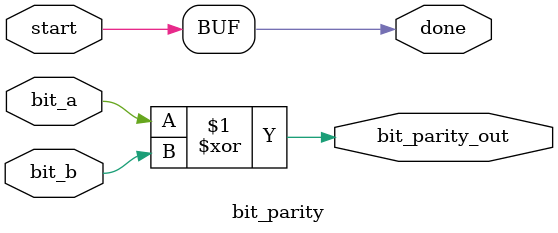
<source format=v>
`include "alu.pkg"
module bit_parity(bit_a, bit_b, bit_parity_out, start, done);

input bit_a;
input bit_b;
input start;

output bit_parity_out;
output done;

assign bit_parity_out = bit_a ^ bit_b;
assign done = start;

endmodule

</source>
